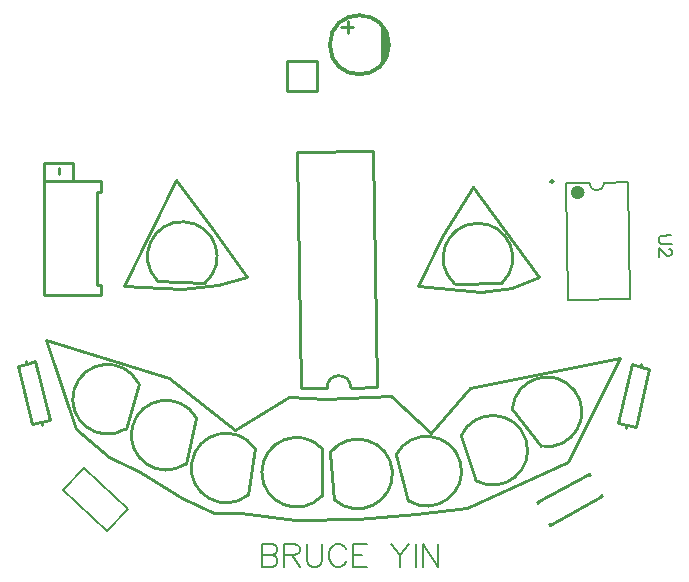
<source format=gto>
G04 Layer: TopSilkscreenLayer*
G04 EasyEDA v6.5.51, 2025-10-19 10:48:53*
G04 5e3b94fd083e48a5883d67b6d006c6ac,63b151a7cfd24dbfbc8a16c83e39e105,10*
G04 Gerber Generator version 0.2*
G04 Scale: 100 percent, Rotated: No, Reflected: No *
G04 Dimensions in millimeters *
G04 leading zeros omitted , absolute positions ,4 integer and 5 decimal *
%FSLAX45Y45*%
%MOMM*%

%ADD10C,0.2032*%
%ADD11C,0.1524*%
%ADD12C,0.2540*%
%ADD13C,0.2030*%
%ADD14C,0.2000*%
%ADD15C,0.2500*%
%ADD16C,0.6000*%
%ADD17C,0.3000*%
%ADD18C,0.0152*%

%LPD*%
D10*
X2997200Y3354578D02*
G01*
X2997200Y3160776D01*
X2997200Y3354578D02*
G01*
X3080258Y3354578D01*
X3107943Y3345434D01*
X3117341Y3336289D01*
X3126486Y3317747D01*
X3126486Y3299205D01*
X3117341Y3280663D01*
X3107943Y3271520D01*
X3080258Y3262376D01*
X2997200Y3262376D02*
G01*
X3080258Y3262376D01*
X3107943Y3252978D01*
X3117341Y3243834D01*
X3126486Y3225292D01*
X3126486Y3197605D01*
X3117341Y3179063D01*
X3107943Y3169920D01*
X3080258Y3160776D01*
X2997200Y3160776D01*
X3187445Y3354578D02*
G01*
X3187445Y3160776D01*
X3187445Y3354578D02*
G01*
X3270504Y3354578D01*
X3298190Y3345434D01*
X3307588Y3336289D01*
X3316731Y3317747D01*
X3316731Y3299205D01*
X3307588Y3280663D01*
X3298190Y3271520D01*
X3270504Y3262376D01*
X3187445Y3262376D01*
X3252215Y3262376D02*
G01*
X3316731Y3160776D01*
X3377691Y3354578D02*
G01*
X3377691Y3216147D01*
X3387090Y3188462D01*
X3405377Y3169920D01*
X3433063Y3160776D01*
X3451606Y3160776D01*
X3479291Y3169920D01*
X3497834Y3188462D01*
X3506977Y3216147D01*
X3506977Y3354578D01*
X3706622Y3308350D02*
G01*
X3697224Y3326892D01*
X3678936Y3345434D01*
X3660393Y3354578D01*
X3623309Y3354578D01*
X3605022Y3345434D01*
X3586479Y3326892D01*
X3577336Y3308350D01*
X3567938Y3280663D01*
X3567938Y3234689D01*
X3577336Y3206750D01*
X3586479Y3188462D01*
X3605022Y3169920D01*
X3623309Y3160776D01*
X3660393Y3160776D01*
X3678936Y3169920D01*
X3697224Y3188462D01*
X3706622Y3206750D01*
X3767581Y3354578D02*
G01*
X3767581Y3160776D01*
X3767581Y3354578D02*
G01*
X3887470Y3354578D01*
X3767581Y3262376D02*
G01*
X3841495Y3262376D01*
X3767581Y3160776D02*
G01*
X3887470Y3160776D01*
X4090670Y3354578D02*
G01*
X4164584Y3262376D01*
X4164584Y3160776D01*
X4238497Y3354578D02*
G01*
X4164584Y3262376D01*
X4299458Y3354578D02*
G01*
X4299458Y3160776D01*
X4360418Y3354578D02*
G01*
X4360418Y3160776D01*
X4360418Y3354578D02*
G01*
X4489704Y3160776D01*
X4489704Y3354578D02*
G01*
X4489704Y3160776D01*
D11*
X6464554Y5967168D02*
G01*
X6386588Y5965812D01*
X6371186Y5960463D01*
X6360955Y5949863D01*
X6356154Y5934034D01*
X6356334Y5923622D01*
X6361684Y5908217D01*
X6372278Y5897991D01*
X6387856Y5893175D01*
X6465824Y5894537D01*
X6440609Y5854466D02*
G01*
X6445691Y5854557D01*
X6456194Y5849660D01*
X6461617Y5844420D01*
X6466878Y5834095D01*
X6467238Y5813524D01*
X6462339Y5803026D01*
X6457101Y5797600D01*
X6446776Y5792340D01*
X6436365Y5792155D01*
X6425862Y5797054D01*
X6410192Y5807196D01*
X6357475Y5858352D01*
X6358745Y5785467D01*
G36*
X4002125Y7747000D02*
G01*
X4002125Y7416800D01*
X4011676Y7426553D01*
X4020667Y7436815D01*
X4029049Y7447635D01*
X4036771Y7458913D01*
X4043781Y7470648D01*
X4050080Y7482789D01*
X4055618Y7495286D01*
X4060444Y7508087D01*
X4064457Y7521143D01*
X4067708Y7534402D01*
X4070146Y7547864D01*
X4071772Y7561427D01*
X4072585Y7575042D01*
X4072585Y7588758D01*
X4071772Y7602372D01*
X4070146Y7615936D01*
X4067708Y7629398D01*
X4064457Y7642656D01*
X4060444Y7655712D01*
X4055618Y7668514D01*
X4050080Y7681010D01*
X4043781Y7693152D01*
X4036771Y7704886D01*
X4029049Y7716164D01*
X4020667Y7726984D01*
X4011676Y7737246D01*
G37*
D12*
X2209800Y4762500D02*
G01*
X2768600Y4318000D01*
X3225800Y4597400D01*
X3543300Y4584700D01*
X4089400Y4610100D01*
X4432300Y4292600D01*
X4762500Y4673600D01*
X6032500Y4927600D01*
X5588000Y4051300D01*
X4737100Y3657600D01*
X4305300Y3606800D01*
X3810000Y3568700D01*
X3276600Y3556000D01*
X2819400Y3619500D01*
X2590800Y3619500D01*
X2324100Y3746500D01*
X1968500Y3962400D01*
X1701800Y4089400D01*
X1422400Y4330700D01*
X1168400Y5080000D01*
X2209800Y4762500D01*
X4318000Y5537200D02*
G01*
X4533900Y5969000D01*
X4787900Y6375400D01*
X5340101Y5615434D01*
X5118100Y5524500D01*
X4851400Y5486400D01*
X4318000Y5537200D01*
X1828800Y5537200D02*
G01*
X2274056Y6440680D01*
X2578100Y6032500D01*
X2870200Y5613400D01*
X2628900Y5549900D01*
X2324100Y5511800D01*
X1828800Y5537200D01*
X3671087Y7731887D02*
G01*
X3772687Y7731887D01*
X3722700Y7781899D02*
G01*
X3722700Y7680299D01*
X5866881Y3769260D02*
G01*
X5872683Y3758793D01*
X5766023Y3951208D02*
G01*
X5771829Y3940743D01*
X5429570Y3526856D02*
G01*
X5435376Y3516391D01*
X5328716Y3708806D02*
G01*
X5334518Y3698339D01*
X5435376Y3516391D02*
G01*
X5872683Y3758793D01*
X5328716Y3708806D02*
G01*
X5766023Y3951208D01*
X3467100Y7442200D02*
G01*
X3467100Y7188200D01*
X3213100Y7188200D01*
X3213100Y7442200D01*
X3467100Y7442200D01*
X4807684Y3891371D02*
G01*
X4684107Y4271698D01*
X2936369Y4166293D02*
G01*
X2880715Y3770284D01*
X3609901Y3730419D02*
G01*
X3575047Y4128797D01*
X2511630Y5562655D02*
G01*
X2112279Y5583585D01*
X5363862Y4183298D02*
G01*
X5117660Y4498421D01*
X4235414Y3722197D02*
G01*
X4131911Y4108472D01*
X5029903Y5563623D02*
G01*
X4630064Y5556646D01*
X2441844Y4422691D02*
G01*
X2351885Y4033039D01*
X1953646Y4713157D02*
G01*
X1843420Y4328746D01*
X3507699Y4162300D02*
G01*
X3507699Y3762400D01*
D13*
X1859876Y3653454D02*
G01*
X1627672Y3869987D01*
D10*
X1859876Y3653454D02*
G01*
X1686651Y3467689D01*
X1315123Y3814145D01*
X1488348Y3999910D01*
X1627672Y3869987D01*
D12*
X6089660Y4362610D02*
G01*
X6083947Y4337860D01*
X6203939Y4857589D02*
G01*
X6209652Y4882339D01*
X6089660Y4362610D02*
G01*
X6015413Y4379749D01*
X6163909Y4345470D02*
G01*
X6089660Y4362610D01*
X6278186Y4840450D02*
G01*
X6163909Y4345470D01*
X6203939Y4857589D02*
G01*
X6278186Y4840450D01*
X6129690Y4874729D02*
G01*
X6203939Y4857589D01*
X6015413Y4379749D02*
G01*
X6129690Y4874729D01*
X1005349Y4881956D02*
G01*
X999208Y4906601D01*
X1128250Y4389043D02*
G01*
X1134391Y4364398D01*
X1005349Y4881956D02*
G01*
X1079286Y4900388D01*
X931418Y4863523D02*
G01*
X1005349Y4881956D01*
X1054313Y4370611D02*
G01*
X931418Y4863523D01*
X1128250Y4389043D02*
G01*
X1054313Y4370611D01*
X1202181Y4407476D02*
G01*
X1128250Y4389043D01*
X1079286Y4900388D02*
G01*
X1202181Y4407476D01*
X1168402Y6426172D02*
G01*
X1638807Y6426172D01*
X1638807Y6332446D01*
X1598935Y6332448D01*
X1598929Y5543522D01*
X1637029Y5543524D01*
X1637027Y5463514D01*
X1155700Y5463517D01*
X1155702Y6578577D01*
X1397000Y6578574D01*
X1397000Y6429476D01*
X1282702Y6540472D02*
G01*
X1282700Y6489674D01*
D14*
X5897366Y6413240D02*
G01*
X5896869Y6413261D01*
X6098260Y6416776D01*
X6115535Y5426839D01*
X5585777Y5417591D01*
X5568497Y6407530D01*
X5769889Y6411043D01*
X5769389Y6411005D01*
D12*
X3549845Y4675304D02*
G01*
X3329889Y4671466D01*
X3969590Y4682632D02*
G01*
X3749634Y4678791D01*
X3294806Y6671149D02*
G01*
X3329711Y4671461D01*
X3934686Y6682320D02*
G01*
X3969590Y4682632D01*
X3934686Y6682320D02*
G01*
X3294806Y6671149D01*
G75*
G01*
X4807684Y3891371D02*
G03*
X4684100Y4271587I144064J257019D01*
G75*
G01*
X2936370Y4166293D02*
G03*
X2880771Y3770379I-242151J-167856D01*
G75*
G01*
X3609901Y3730419D02*
G03*
X3575017Y4128691I198189J218023D01*
G75*
G01*
X2511631Y5562656D02*
G03*
X2112378Y5583540I-188320J226602D01*
G75*
G01*
X5363863Y4183299D02*
G03*
X5117691Y4498317I47470J290791D01*
G75*
G01*
X4235414Y3722197D02*
G03*
X4131899Y4108364I157317J249127D01*
G75*
G01*
X5029904Y5563624D02*
G03*
X4630166Y5556606I-203669J212913D01*
G75*
G01*
X2441844Y4422691D02*
G03*
X2351949Y4033131I-255861J-146109D01*
G75*
G01*
X1953646Y4713158D02*
G03*
X1843489Y4328833I-263155J-132523D01*
G75*
G01*
X3507699Y4162301D02*
G03*
X3507740Y3762502I-216435J-199922D01*
D14*
G75*
G01*
X5769389Y6411006D02*
G03*
X5896369Y6413226I63486J1351D01*
D15*
G75*
G01*
X5451922Y6434963D02*
G03*
X5452179Y6434971I499J-12489D01*
D16*
G75*
G01*
X5669158Y6360257D02*
G03*
X5669669Y6360267I852J-29988D01*
D12*
G75*
G01*
X3549668Y4675302D02*
G02*
X3749548Y4683793I99940J4245D01*
D17*
G75*
G01
X4072712Y7581900D02*
G03X4072712Y7581900I-250012J0D01*
M02*

</source>
